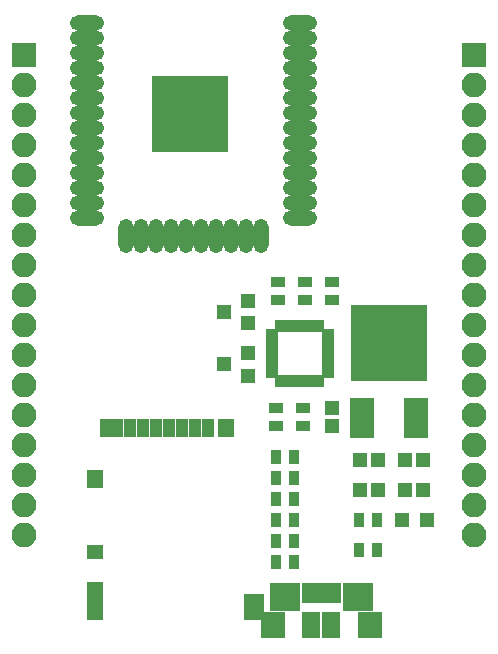
<source format=gts>
G04 #@! TF.FileFunction,Soldermask,Top*
%FSLAX46Y46*%
G04 Gerber Fmt 4.6, Leading zero omitted, Abs format (unit mm)*
G04 Created by KiCad (PCBNEW 4.0.5-e0-6337~52~ubuntu16.10.1) date Sat Feb 25 17:17:48 2017*
%MOMM*%
%LPD*%
G01*
G04 APERTURE LIST*
%ADD10C,0.100000*%
%ADD11O,2.900000X1.300000*%
%ADD12O,1.300000X2.900000*%
%ADD13R,6.400000X6.400000*%
%ADD14R,1.200000X1.150000*%
%ADD15R,1.100000X1.600000*%
%ADD16R,1.400000X1.600000*%
%ADD17R,1.400000X1.200000*%
%ADD18R,1.400000X3.200000*%
%ADD19R,1.700000X2.300000*%
%ADD20R,1.300000X0.900000*%
%ADD21R,2.051000X3.448000*%
%ADD22R,6.496000X6.496000*%
%ADD23R,1.150000X1.200000*%
%ADD24R,1.300000X1.200000*%
%ADD25R,0.900000X1.300000*%
%ADD26R,0.800000X1.750000*%
%ADD27R,2.500000X2.400000*%
%ADD28R,2.000000X2.300000*%
%ADD29R,1.600000X2.300000*%
%ADD30R,1.200000X1.300000*%
%ADD31R,2.100000X2.100000*%
%ADD32O,2.100000X2.100000*%
%ADD33R,1.100000X0.648920*%
%ADD34R,0.650000X1.100000*%
%ADD35R,1.097840X0.648920*%
G04 APERTURE END LIST*
D10*
D11*
X175751000Y-68410000D03*
X175751000Y-69680000D03*
X175751000Y-70950000D03*
X175751000Y-72220000D03*
X175751000Y-73490000D03*
X175751000Y-74760000D03*
X175751000Y-76030000D03*
X175751000Y-77300000D03*
X175751000Y-78570000D03*
X175751000Y-79840000D03*
X175751000Y-81110000D03*
X175751000Y-82380000D03*
X175751000Y-83650000D03*
X175751000Y-84920000D03*
D12*
X172466000Y-86410000D03*
X171196000Y-86410000D03*
X169926000Y-86410000D03*
X168656000Y-86410000D03*
X167386000Y-86410000D03*
X166116000Y-86410000D03*
X164846000Y-86410000D03*
X163576000Y-86410000D03*
X162306000Y-86410000D03*
X161036000Y-86410000D03*
D11*
X157751000Y-84920000D03*
X157751000Y-83650000D03*
X157751000Y-82380000D03*
X157751000Y-81110000D03*
X157751000Y-79840000D03*
X157751000Y-78570000D03*
X157751000Y-77300000D03*
X157751000Y-76030000D03*
X157751000Y-74760000D03*
X157751000Y-73490000D03*
X157751000Y-72220000D03*
X157751000Y-70950000D03*
X157751000Y-69680000D03*
X157751000Y-68410000D03*
D13*
X166451000Y-76110000D03*
D14*
X180860000Y-107950000D03*
X182360000Y-107950000D03*
X180860000Y-105410000D03*
X182360000Y-105410000D03*
X186170000Y-107950000D03*
X184670000Y-107950000D03*
X186170000Y-105410000D03*
X184670000Y-105410000D03*
D15*
X159300000Y-102686000D03*
X160250000Y-102686000D03*
X167950000Y-102686000D03*
X166850000Y-102686000D03*
X165750000Y-102686000D03*
X164650000Y-102686000D03*
X163550000Y-102686000D03*
X162450000Y-102686000D03*
X161350000Y-102686000D03*
D16*
X169500000Y-102686000D03*
X158350000Y-106986000D03*
D17*
X158350000Y-113186000D03*
D18*
X158350000Y-117336000D03*
D19*
X171850000Y-117786000D03*
D20*
X176022000Y-100977000D03*
X176022000Y-102477000D03*
D21*
X180975000Y-101854000D03*
D22*
X183261000Y-95504000D03*
D21*
X185547000Y-101854000D03*
D23*
X178435000Y-102477000D03*
X178435000Y-100977000D03*
D24*
X171307000Y-98232000D03*
X171307000Y-96332000D03*
X169307000Y-97282000D03*
X171307000Y-93787000D03*
X171307000Y-91887000D03*
X169307000Y-92837000D03*
D20*
X178435000Y-90309000D03*
X178435000Y-91809000D03*
X173863000Y-90309000D03*
X173863000Y-91809000D03*
D25*
X182233000Y-110490000D03*
X180733000Y-110490000D03*
D20*
X173736000Y-100977000D03*
X173736000Y-102477000D03*
X176149000Y-91809000D03*
X176149000Y-90309000D03*
D25*
X180733000Y-113030000D03*
X182233000Y-113030000D03*
D26*
X178846000Y-116652000D03*
X178196000Y-116652000D03*
X177546000Y-116652000D03*
X176896000Y-116652000D03*
X176246000Y-116652000D03*
D27*
X180646000Y-116977000D03*
X174446000Y-116977000D03*
D28*
X173446000Y-119327000D03*
D29*
X176696000Y-119327000D03*
X178396000Y-119327000D03*
D28*
X181646000Y-119327000D03*
D30*
X186470000Y-110490000D03*
X184370000Y-110490000D03*
D31*
X190500000Y-71120000D03*
D32*
X190500000Y-73660000D03*
X190500000Y-76200000D03*
X190500000Y-78740000D03*
X190500000Y-81280000D03*
X190500000Y-83820000D03*
X190500000Y-86360000D03*
X190500000Y-88900000D03*
X190500000Y-91440000D03*
X190500000Y-93980000D03*
X190500000Y-96520000D03*
X190500000Y-99060000D03*
X190500000Y-101600000D03*
X190500000Y-104140000D03*
X190500000Y-106680000D03*
X190500000Y-109220000D03*
X190500000Y-111760000D03*
D31*
X152400000Y-71120000D03*
D32*
X152400000Y-73660000D03*
X152400000Y-76200000D03*
X152400000Y-78740000D03*
X152400000Y-81280000D03*
X152400000Y-83820000D03*
X152400000Y-86360000D03*
X152400000Y-88900000D03*
X152400000Y-91440000D03*
X152400000Y-93980000D03*
X152400000Y-96520000D03*
X152400000Y-99060000D03*
X152400000Y-101600000D03*
X152400000Y-104140000D03*
X152400000Y-106680000D03*
X152400000Y-109220000D03*
X152400000Y-111760000D03*
D25*
X175248000Y-114046000D03*
X173748000Y-114046000D03*
X175248000Y-112268000D03*
X173748000Y-112268000D03*
X175248000Y-110490000D03*
X173748000Y-110490000D03*
X175248000Y-108712000D03*
X173748000Y-108712000D03*
X175248000Y-106934000D03*
X173748000Y-106934000D03*
X175248000Y-105156000D03*
X173748000Y-105156000D03*
D33*
X173376920Y-94602300D03*
X173376920Y-95102680D03*
X173376920Y-95600520D03*
X173376920Y-96100900D03*
X173376920Y-96601280D03*
X173376920Y-97101660D03*
X173376920Y-97602040D03*
X173376920Y-98102420D03*
D34*
X173977300Y-98702800D03*
X174477680Y-98702800D03*
X174975520Y-98702800D03*
X175475900Y-98702800D03*
X175976280Y-98702800D03*
X176476660Y-98702800D03*
X176977040Y-98702800D03*
X177477420Y-98702800D03*
D35*
X178077800Y-98102420D03*
X178077800Y-97602040D03*
X178077800Y-97101660D03*
X178077800Y-96601280D03*
X178077800Y-96100900D03*
X178077800Y-95600520D03*
X178077800Y-95102680D03*
X178077800Y-94602300D03*
D34*
X177477420Y-94001920D03*
X176977040Y-94001920D03*
X176476660Y-94001920D03*
X175976280Y-94001920D03*
X175475900Y-94001920D03*
X174975520Y-94001920D03*
X174477680Y-94001920D03*
X173977300Y-94001920D03*
M02*

</source>
